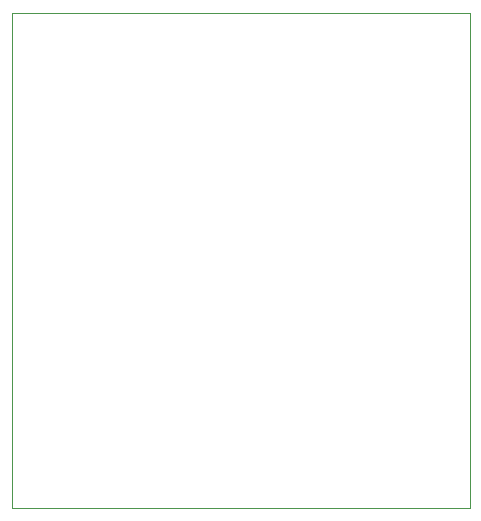
<source format=gbr>
G04 #@! TF.FileFunction,Profile,NP*
%FSLAX46Y46*%
G04 Gerber Fmt 4.6, Leading zero omitted, Abs format (unit mm)*
G04 Created by KiCad (PCBNEW 4.0.6+dfsg1-1) date Sun Oct 29 21:06:04 2017*
%MOMM*%
%LPD*%
G01*
G04 APERTURE LIST*
%ADD10C,0.100000*%
G04 APERTURE END LIST*
D10*
X153035000Y-141605000D02*
X153035000Y-99695000D01*
X191770000Y-141605000D02*
X153035000Y-141605000D01*
X191770000Y-99695000D02*
X191770000Y-141605000D01*
X153035000Y-99695000D02*
X191770000Y-99695000D01*
M02*

</source>
